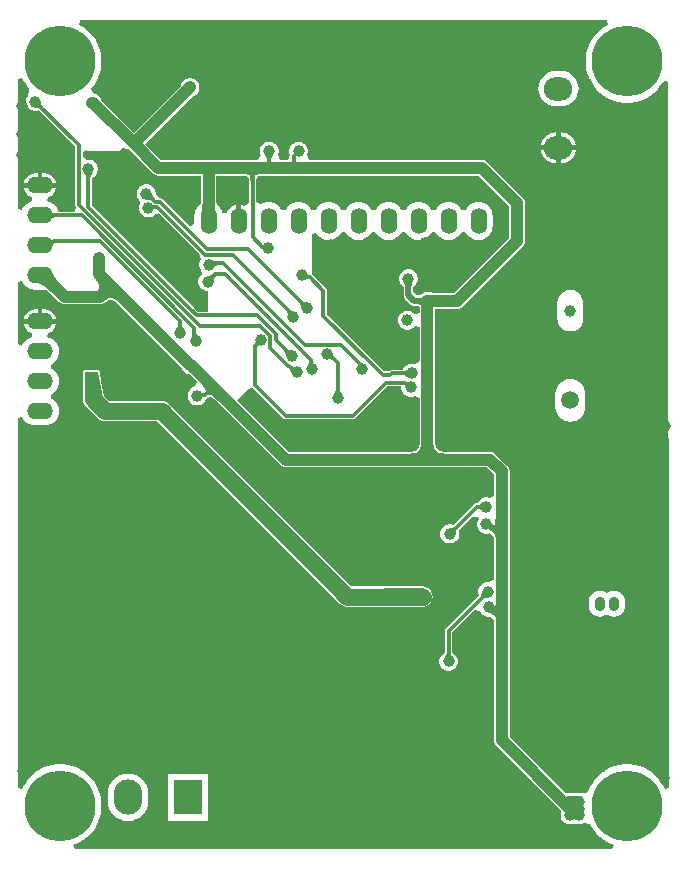
<source format=gbl>
G04*
G04 #@! TF.GenerationSoftware,Altium Limited,Altium Designer,22.3.1 (43)*
G04*
G04 Layer_Physical_Order=2*
G04 Layer_Color=16711680*
%FSLAX44Y44*%
%MOMM*%
G71*
G04*
G04 #@! TF.SameCoordinates,ED8E76AF-2C1D-4F3D-8887-468E79F1A133*
G04*
G04*
G04 #@! TF.FilePolarity,Positive*
G04*
G01*
G75*
%ADD81C,0.3000*%
%ADD82C,1.4000*%
%ADD83C,0.5000*%
%ADD84C,1.0000*%
%ADD86C,6.0000*%
%ADD88O,0.9000X1.2000*%
%ADD89C,1.5000*%
%ADD90C,1.0000*%
%ADD91C,0.8000*%
%ADD92O,2.4000X3.0000*%
%ADD93R,2.4000X3.0000*%
%ADD94O,2.2000X1.4000*%
%ADD95O,2.4000X2.0000*%
%ADD96O,1.4000X2.2000*%
G36*
X19010Y630402D02*
X19053Y629879D01*
X19128Y629379D01*
X19235Y628904D01*
X19375Y628454D01*
X19546Y628028D01*
X19750Y627626D01*
X19986Y627248D01*
X20254Y626895D01*
X20555Y626567D01*
X18433Y624445D01*
X18105Y624746D01*
X17751Y625014D01*
X17374Y625250D01*
X16972Y625454D01*
X16546Y625625D01*
X16095Y625765D01*
X15621Y625872D01*
X15122Y625947D01*
X14598Y625990D01*
X14050Y626000D01*
X19000Y630950D01*
X19010Y630402D01*
D02*
G37*
G36*
X92693Y591036D02*
X113364Y570364D01*
X114722Y569322D01*
X116303Y568667D01*
X118000Y568444D01*
X154144D01*
Y547311D01*
X154113Y545435D01*
X154030Y544041D01*
X154001Y544026D01*
X152174Y542526D01*
X150674Y540699D01*
X149560Y538614D01*
X148874Y536352D01*
X148642Y534000D01*
Y527027D01*
X146197Y525581D01*
X144689Y525323D01*
X121516Y548496D01*
X120523Y549159D01*
X119353Y549392D01*
X119353Y549392D01*
X119313D01*
X116000Y551947D01*
Y554053D01*
X115455Y556088D01*
X114402Y557912D01*
X112912Y559402D01*
X111088Y560455D01*
X109053Y561000D01*
X106947D01*
X104912Y560455D01*
X103088Y559402D01*
X101598Y557912D01*
X100545Y556088D01*
X100000Y554053D01*
Y551947D01*
X100545Y549912D01*
X101598Y548088D01*
X103088Y546598D01*
X102291Y544088D01*
X101746Y542053D01*
Y539947D01*
X102291Y537912D01*
X103345Y536088D01*
X104834Y534598D01*
X106658Y533545D01*
X108693Y533000D01*
X110800D01*
X112834Y533545D01*
X114658Y534598D01*
X116148Y536088D01*
X118588Y536409D01*
X153040Y501957D01*
X154598Y497859D01*
X153545Y496035D01*
X153000Y494000D01*
Y491894D01*
X153545Y489859D01*
X154057Y488973D01*
X155095Y485286D01*
X153727Y483551D01*
X153686Y483511D01*
X152633Y481686D01*
X152088Y479652D01*
Y477545D01*
X152633Y475510D01*
X153686Y473686D01*
X155176Y472197D01*
X157000Y471144D01*
X159035Y470598D01*
X160088D01*
Y453059D01*
X151953D01*
X148795Y456217D01*
X148163Y457163D01*
X148163Y457163D01*
X62059Y543267D01*
Y566537D01*
X62088Y566545D01*
X63912Y567598D01*
X65402Y569088D01*
X66455Y570912D01*
X67000Y572947D01*
Y575053D01*
X66455Y577088D01*
X65402Y578912D01*
X63912Y580402D01*
X62088Y581455D01*
X60053Y582000D01*
X57947D01*
X54267Y584547D01*
X54136Y584793D01*
X54479Y588321D01*
X58024Y589856D01*
X59000Y589000D01*
X85000D01*
X87450Y591450D01*
X92693Y591036D01*
D02*
G37*
G36*
X215120Y585034D02*
X214780Y584634D01*
X214480Y584228D01*
X214220Y583816D01*
X214000Y583399D01*
X213820Y582977D01*
X213680Y582548D01*
X213580Y582115D01*
X213520Y581675D01*
X213500Y581230D01*
X210500D01*
X210480Y581675D01*
X210420Y582115D01*
X210320Y582548D01*
X210180Y582977D01*
X210000Y583399D01*
X209780Y583816D01*
X209520Y584228D01*
X209220Y584634D01*
X208880Y585034D01*
X208500Y585429D01*
X215500D01*
X215120Y585034D01*
D02*
G37*
G36*
X62120Y570034D02*
X61780Y569634D01*
X61480Y569228D01*
X61220Y568816D01*
X61000Y568399D01*
X60820Y567977D01*
X60680Y567548D01*
X60580Y567115D01*
X60520Y566675D01*
X60500Y566230D01*
X57500D01*
X57480Y566675D01*
X57420Y567115D01*
X57320Y567548D01*
X57180Y567977D01*
X57000Y568399D01*
X56780Y568816D01*
X56520Y569228D01*
X56220Y569634D01*
X55880Y570034D01*
X55500Y570429D01*
X62500D01*
X62120Y570034D01*
D02*
G37*
G36*
X209500Y570000D02*
X205900Y569880D01*
X204400Y569730D01*
X203100Y569520D01*
X202000Y569250D01*
X201100Y568920D01*
X200400Y568530D01*
X200152Y568307D01*
X200009Y567637D01*
X199826Y566442D01*
X199582Y563623D01*
X199500Y560230D01*
X196500D01*
X196480Y561998D01*
X196174Y566442D01*
X195991Y567637D01*
X195848Y568307D01*
X195600Y568530D01*
X194900Y568920D01*
X194000Y569250D01*
X192900Y569520D01*
X191600Y569730D01*
X188400Y569970D01*
X186500Y570000D01*
X198000Y580000D01*
X209500Y570000D01*
D02*
G37*
G36*
X113043Y553139D02*
X113294Y552097D01*
X113453Y551617D01*
X113634Y551165D01*
X113837Y550740D01*
X114062Y550342D01*
X114309Y549971D01*
X114578Y549628D01*
X114869Y549312D01*
X113086Y546853D01*
X112748Y547160D01*
X112390Y547426D01*
X112011Y547650D01*
X111613Y547834D01*
X111194Y547976D01*
X110756Y548076D01*
X110297Y548135D01*
X109817Y548153D01*
X109318Y548129D01*
X108799Y548064D01*
X112951Y553700D01*
X113043Y553139D01*
D02*
G37*
G36*
X188331Y568442D02*
X191420Y568210D01*
X192595Y568020D01*
X193553Y567785D01*
X194261Y567525D01*
X194476Y567405D01*
X194486Y567362D01*
X194653Y566273D01*
X194941Y562076D01*
Y544863D01*
X191143Y542735D01*
X188710Y543743D01*
X188100Y543823D01*
Y530000D01*
X184100D01*
Y543823D01*
X183489Y543743D01*
X181057Y542735D01*
X178968Y541132D01*
X177365Y539043D01*
X176357Y536611D01*
X172526Y536352D01*
X171840Y538614D01*
X170726Y540699D01*
X169226Y542526D01*
X167472Y543966D01*
X167256Y546958D01*
Y568444D01*
X188178D01*
X188331Y568442D01*
D02*
G37*
G36*
X3542Y649486D02*
X5836Y645513D01*
X8629Y641873D01*
X8704Y641798D01*
X8862Y639983D01*
X8266Y636579D01*
X7598Y635912D01*
X6545Y634088D01*
X6000Y632053D01*
Y629947D01*
X6545Y627912D01*
X7598Y626088D01*
X9088Y624598D01*
X10912Y623545D01*
X12947Y623000D01*
X15053D01*
X17088Y623545D01*
X17114Y623560D01*
X47941Y592733D01*
Y543322D01*
X47941Y543322D01*
X48174Y542152D01*
X48437Y541759D01*
X47275Y537759D01*
X33612D01*
X33140Y539314D01*
X32026Y541399D01*
X30526Y543226D01*
X28699Y544726D01*
X26614Y545840D01*
X24352Y546526D01*
X24611Y550357D01*
X27043Y551365D01*
X29132Y552968D01*
X30735Y555057D01*
X31743Y557490D01*
X31823Y558100D01*
X18000D01*
X4177D01*
X4257Y557490D01*
X5265Y555057D01*
X6868Y552968D01*
X8957Y551365D01*
X11389Y550357D01*
X11648Y546526D01*
X9386Y545840D01*
X7301Y544726D01*
X5474Y543226D01*
X3974Y541399D01*
X2860Y539314D01*
X-1000Y540370D01*
Y649999D01*
X3000Y650794D01*
X3542Y649486D01*
D02*
G37*
G36*
X165715Y547068D02*
X166229Y539954D01*
X166420Y538935D01*
X166641Y538049D01*
X166891Y537297D01*
X167170Y536680D01*
X154230D01*
X154509Y537297D01*
X154759Y538049D01*
X154980Y538935D01*
X155171Y539954D01*
X155465Y542397D01*
X155641Y545377D01*
X155700Y548894D01*
X165700D01*
X165715Y547068D01*
D02*
G37*
G36*
X28308Y537403D02*
X28414Y537151D01*
X28592Y536928D01*
X28841Y536735D01*
X29161Y536571D01*
X29552Y536438D01*
X30015Y536334D01*
X30548Y536259D01*
X31153Y536215D01*
X31828Y536200D01*
Y533200D01*
X31153Y533185D01*
X30015Y533066D01*
X29552Y532962D01*
X29161Y532829D01*
X28841Y532665D01*
X28592Y532472D01*
X28414Y532249D01*
X28308Y531997D01*
X28272Y531714D01*
Y537686D01*
X28308Y537403D01*
D02*
G37*
G36*
X415444Y542284D02*
Y515716D01*
X368284Y468556D01*
X350644D01*
X349088Y469455D01*
X347053Y470000D01*
X344947D01*
X342912Y469455D01*
X341088Y468402D01*
X340124Y467438D01*
X337380Y467226D01*
X334078Y470268D01*
Y474117D01*
X334912Y474598D01*
X336402Y476088D01*
X337455Y477912D01*
X338000Y479947D01*
Y482053D01*
X337455Y484088D01*
X336402Y485912D01*
X334912Y487402D01*
X333088Y488455D01*
X331053Y489000D01*
X328947D01*
X326912Y488455D01*
X325088Y487402D01*
X323598Y485912D01*
X322545Y484088D01*
X322000Y482053D01*
Y479947D01*
X322545Y477912D01*
X323598Y476088D01*
X325088Y474598D01*
X325922Y474117D01*
Y467000D01*
X325922Y467000D01*
X326232Y465439D01*
X327116Y464116D01*
X332116Y459116D01*
X332116Y459116D01*
X333439Y458232D01*
X335000Y457922D01*
X336954D01*
X337186Y457916D01*
X339014Y457755D01*
X339232Y457722D01*
X339444Y457355D01*
Y451911D01*
X335444Y450839D01*
X335402Y450912D01*
X333912Y452402D01*
X332088Y453455D01*
X330053Y454000D01*
X327947D01*
X325912Y453455D01*
X324088Y452402D01*
X322598Y450912D01*
X321545Y449088D01*
X321000Y447053D01*
Y444947D01*
X321545Y442912D01*
X322598Y441088D01*
X324088Y439598D01*
X325912Y438545D01*
X327947Y438000D01*
X330053D01*
X332088Y438545D01*
X333912Y439598D01*
X335402Y441088D01*
X335444Y441161D01*
X339444Y440089D01*
Y411136D01*
X337582Y409649D01*
X335444Y408627D01*
X334053Y409000D01*
X331947D01*
X329912Y408455D01*
X328088Y407402D01*
X326598Y405912D01*
X325545Y404088D01*
X325537Y404059D01*
X316314D01*
X316314Y404059D01*
X315143Y403826D01*
X314151Y403163D01*
X313587Y402599D01*
X309413D01*
X301163Y410849D01*
X301163Y410849D01*
X261059Y450953D01*
Y471000D01*
X261059Y471000D01*
X260826Y472171D01*
X260163Y473163D01*
X260163Y473163D01*
X248380Y484945D01*
X248000Y485200D01*
Y518812D01*
X252000Y519814D01*
X252274Y519301D01*
X253774Y517474D01*
X255601Y515974D01*
X257686Y514860D01*
X259948Y514174D01*
X262300Y513942D01*
X264652Y514174D01*
X266914Y514860D01*
X268999Y515974D01*
X270826Y517474D01*
X272326Y519301D01*
X272785Y520160D01*
X273671Y520448D01*
X276329D01*
X277215Y520160D01*
X277674Y519301D01*
X279174Y517474D01*
X281001Y515974D01*
X283086Y514860D01*
X285348Y514174D01*
X287700Y513942D01*
X290052Y514174D01*
X292314Y514860D01*
X294399Y515974D01*
X296226Y517474D01*
X297726Y519301D01*
X298185Y520160D01*
X299071Y520448D01*
X301729D01*
X302615Y520160D01*
X303074Y519301D01*
X304574Y517474D01*
X306401Y515974D01*
X308486Y514860D01*
X310748Y514174D01*
X313100Y513942D01*
X315452Y514174D01*
X317714Y514860D01*
X319799Y515974D01*
X321626Y517474D01*
X323126Y519301D01*
X323585Y520160D01*
X324471Y520448D01*
X327129D01*
X328015Y520160D01*
X328474Y519301D01*
X329974Y517474D01*
X331801Y515974D01*
X333886Y514860D01*
X336148Y514174D01*
X338500Y513942D01*
X340852Y514174D01*
X343114Y514860D01*
X345199Y515974D01*
X347026Y517474D01*
X348526Y519301D01*
X348985Y520160D01*
X349871Y520448D01*
X352529D01*
X353415Y520160D01*
X353874Y519301D01*
X355374Y517474D01*
X357201Y515974D01*
X359286Y514860D01*
X361548Y514174D01*
X363900Y513942D01*
X366252Y514174D01*
X368514Y514860D01*
X370599Y515974D01*
X372426Y517474D01*
X373926Y519301D01*
X374385Y520160D01*
X375271Y520448D01*
X377929D01*
X378815Y520160D01*
X379274Y519301D01*
X380774Y517474D01*
X382601Y515974D01*
X384686Y514860D01*
X386948Y514174D01*
X389300Y513942D01*
X391652Y514174D01*
X393914Y514860D01*
X395999Y515974D01*
X397826Y517474D01*
X399326Y519301D01*
X400440Y521386D01*
X401126Y523648D01*
X401358Y526000D01*
Y534000D01*
X401126Y536352D01*
X400440Y538614D01*
X399326Y540699D01*
X397826Y542526D01*
X395999Y544026D01*
X393914Y545140D01*
X391652Y545826D01*
X389300Y546058D01*
X386948Y545826D01*
X384686Y545140D01*
X382601Y544026D01*
X380774Y542526D01*
X379274Y540699D01*
X378815Y539840D01*
X377929Y539552D01*
X375271D01*
X374385Y539840D01*
X373926Y540699D01*
X372426Y542526D01*
X370599Y544026D01*
X368514Y545140D01*
X366252Y545826D01*
X363900Y546058D01*
X361548Y545826D01*
X359286Y545140D01*
X357201Y544026D01*
X355374Y542526D01*
X353874Y540699D01*
X353415Y539840D01*
X352529Y539552D01*
X349871D01*
X348985Y539840D01*
X348526Y540699D01*
X347026Y542526D01*
X345199Y544026D01*
X343114Y545140D01*
X340852Y545826D01*
X338500Y546058D01*
X336148Y545826D01*
X333886Y545140D01*
X331801Y544026D01*
X329974Y542526D01*
X328474Y540699D01*
X328015Y539840D01*
X327129Y539552D01*
X324471D01*
X323585Y539840D01*
X323126Y540699D01*
X321626Y542526D01*
X319799Y544026D01*
X317714Y545140D01*
X315452Y545826D01*
X313100Y546058D01*
X310748Y545826D01*
X308486Y545140D01*
X306401Y544026D01*
X304574Y542526D01*
X303074Y540699D01*
X302615Y539840D01*
X301729Y539552D01*
X299071D01*
X298185Y539840D01*
X297726Y540699D01*
X296226Y542526D01*
X294399Y544026D01*
X292314Y545140D01*
X290052Y545826D01*
X287700Y546058D01*
X285348Y545826D01*
X283086Y545140D01*
X281001Y544026D01*
X279174Y542526D01*
X277674Y540699D01*
X277215Y539840D01*
X276329Y539552D01*
X273671D01*
X272785Y539840D01*
X272326Y540699D01*
X270826Y542526D01*
X268999Y544026D01*
X266914Y545140D01*
X264652Y545826D01*
X262300Y546058D01*
X259948Y545826D01*
X257686Y545140D01*
X255601Y544026D01*
X253774Y542526D01*
X252274Y540699D01*
X251815Y539840D01*
X250929Y539552D01*
X248271D01*
X247385Y539840D01*
X246926Y540699D01*
X245426Y542526D01*
X243599Y544026D01*
X241514Y545140D01*
X239252Y545826D01*
X236900Y546058D01*
X234548Y545826D01*
X232286Y545140D01*
X230201Y544026D01*
X228374Y542526D01*
X226874Y540699D01*
X226415Y539840D01*
X225529Y539552D01*
X222871D01*
X221985Y539840D01*
X221526Y540699D01*
X220026Y542526D01*
X218199Y544026D01*
X216114Y545140D01*
X213852Y545826D01*
X211500Y546058D01*
X209148Y545826D01*
X206886Y545140D01*
X205059Y544164D01*
X204050Y544448D01*
X201059Y546129D01*
Y561435D01*
X201109Y563538D01*
X201345Y566260D01*
X201514Y567362D01*
X201524Y567405D01*
X201739Y567525D01*
X202447Y567785D01*
X203405Y568020D01*
X204598Y568213D01*
X206001Y568353D01*
X208726Y568444D01*
X389284D01*
X415444Y542284D01*
D02*
G37*
G36*
X30737Y511939D02*
X28910Y509935D01*
X27673Y513326D01*
X27692Y513306D01*
X27728Y513307D01*
X27781Y513328D01*
X27850Y513370D01*
X27936Y513433D01*
X28039Y513517D01*
X28447Y513894D01*
X28616Y514061D01*
X30737Y511939D01*
D02*
G37*
G36*
X164241Y496813D02*
X165194Y496294D01*
X165660Y496083D01*
X166118Y495905D01*
X166569Y495759D01*
X167012Y495646D01*
X167449Y495565D01*
X167877Y495516D01*
X168299Y495500D01*
X168980Y492500D01*
X168520Y492478D01*
X168078Y492411D01*
X167656Y492300D01*
X167252Y492144D01*
X166868Y491944D01*
X166502Y491700D01*
X166155Y491411D01*
X165827Y491078D01*
X165518Y490700D01*
X165228Y490277D01*
X163753Y497120D01*
X164241Y496813D01*
D02*
G37*
G36*
X244998Y484373D02*
X245037Y484354D01*
X245099Y484337D01*
X245186Y484323D01*
X245297Y484310D01*
X245776Y484287D01*
X246217Y484282D01*
Y481283D01*
X244207Y481298D01*
X244984Y484394D01*
X244998Y484373D01*
D02*
G37*
G36*
X166643Y483032D02*
X166342Y482703D01*
X166074Y482350D01*
X165838Y481972D01*
X165634Y481571D01*
X165462Y481144D01*
X165323Y480694D01*
X165216Y480219D01*
X165141Y479720D01*
X165098Y479196D01*
X165088Y478648D01*
X160138Y483598D01*
X160686Y483609D01*
X161209Y483651D01*
X161709Y483726D01*
X162183Y483834D01*
X162634Y483973D01*
X163060Y484145D01*
X163462Y484348D01*
X163839Y484584D01*
X164193Y484853D01*
X164521Y485153D01*
X166643Y483032D01*
D02*
G37*
G36*
X333310Y477215D02*
X333140Y476965D01*
X332990Y476679D01*
X332860Y476357D01*
X332750Y475999D01*
X332660Y475605D01*
X332590Y475176D01*
X332540Y474710D01*
X332500Y473670D01*
X327500D01*
X327490Y474208D01*
X327410Y475176D01*
X327340Y475605D01*
X327250Y475999D01*
X327140Y476357D01*
X327010Y476679D01*
X326860Y476965D01*
X326690Y477215D01*
X326500Y477429D01*
X333500D01*
X333310Y477215D01*
D02*
G37*
G36*
X28790Y485667D02*
X29206Y484721D01*
X29718Y483741D01*
X30325Y482727D01*
X31829Y480600D01*
X32724Y479486D01*
X35987Y475942D01*
X29915Y467872D01*
X27618Y470098D01*
X23482Y473672D01*
X21642Y475019D01*
X19954Y476073D01*
X18419Y476834D01*
X17036Y477302D01*
X15806Y477477D01*
X14728Y477358D01*
X13802Y476947D01*
X28470Y486580D01*
X28790Y485667D01*
D02*
G37*
G36*
X78000Y475000D02*
X85071Y460858D01*
X83673Y462147D01*
X82307Y463185D01*
X80973Y463972D01*
X79671Y464509D01*
X78402Y464795D01*
X77164Y464830D01*
X75959Y464615D01*
X74786Y464149D01*
X73644Y463432D01*
X72536Y462464D01*
X65465Y469535D01*
X66438Y470638D01*
X67173Y471761D01*
X67670Y472904D01*
X67927Y474067D01*
X67947Y475250D01*
X67727Y476453D01*
X67270Y477676D01*
X66573Y478919D01*
X65638Y480182D01*
X64465Y481465D01*
X78000Y475000D01*
D02*
G37*
G36*
X342884Y458090D02*
X342486Y458358D01*
X342002Y458598D01*
X341431Y458809D01*
X340773Y458992D01*
X340028Y459147D01*
X339196Y459274D01*
X337272Y459444D01*
X335000Y459500D01*
Y464500D01*
X336180Y464514D01*
X339196Y464726D01*
X340028Y464852D01*
X340773Y465008D01*
X341431Y465191D01*
X342002Y465402D01*
X342486Y465642D01*
X342884Y465910D01*
Y458090D01*
D02*
G37*
G36*
X239895Y462254D02*
X240249Y461986D01*
X240626Y461750D01*
X241028Y461546D01*
X241454Y461375D01*
X241904Y461235D01*
X242379Y461128D01*
X242878Y461053D01*
X243402Y461010D01*
X243950Y461000D01*
X239000Y456050D01*
X238990Y456598D01*
X238947Y457122D01*
X238872Y457621D01*
X238765Y458096D01*
X238626Y458546D01*
X238454Y458972D01*
X238250Y459374D01*
X238014Y459752D01*
X237746Y460105D01*
X237445Y460433D01*
X239567Y462555D01*
X239895Y462254D01*
D02*
G37*
G36*
X229606Y455087D02*
X229937Y454819D01*
X230297Y454565D01*
X230685Y454324D01*
X231102Y454096D01*
X232023Y453681D01*
X232526Y453494D01*
X233618Y453160D01*
X227524Y449716D01*
X227643Y450203D01*
X227714Y450674D01*
X227737Y451129D01*
X227712Y451568D01*
X227640Y451992D01*
X227519Y452399D01*
X227351Y452791D01*
X227135Y453167D01*
X226871Y453526D01*
X226559Y453870D01*
X229303Y455368D01*
X229606Y455087D01*
D02*
G37*
G36*
X138065Y442237D02*
X138125Y441797D01*
X138225Y441364D01*
X138365Y440935D01*
X138545Y440513D01*
X138765Y440096D01*
X139025Y439684D01*
X139325Y439278D01*
X139665Y438878D01*
X140045Y438483D01*
X133045D01*
X133425Y438878D01*
X133765Y439278D01*
X134065Y439684D01*
X134325Y440096D01*
X134545Y440513D01*
X134725Y440935D01*
X134865Y441364D01*
X134965Y441797D01*
X135025Y442237D01*
X135045Y442682D01*
X138045D01*
X138065Y442237D01*
D02*
G37*
G36*
X150316Y435526D02*
X150383Y435085D01*
X150495Y434664D01*
X150652Y434263D01*
X150853Y433882D01*
X151099Y433522D01*
X151389Y433181D01*
X151725Y432861D01*
X152105Y432561D01*
X152529Y432281D01*
X145718Y430668D01*
X146017Y431163D01*
X146522Y432128D01*
X146727Y432598D01*
X147042Y433512D01*
X147152Y433957D01*
X147231Y434392D01*
X147278Y434820D01*
X147294Y435238D01*
X150294Y435988D01*
X150316Y435526D01*
D02*
G37*
G36*
X204034Y424094D02*
X203769Y424126D01*
X203497Y424120D01*
X203218Y424075D01*
X202932Y423992D01*
X202638Y423870D01*
X202337Y423709D01*
X202029Y423510D01*
X201714Y423273D01*
X201391Y422996D01*
X201061Y422682D01*
X198939Y424803D01*
X199238Y425118D01*
X199498Y425427D01*
X199719Y425730D01*
X199901Y426027D01*
X200044Y426317D01*
X200149Y426602D01*
X200214Y426880D01*
X200241Y427153D01*
X200229Y427419D01*
X200178Y427679D01*
X204034Y424094D01*
D02*
G37*
G36*
X227009Y421814D02*
X227362Y421546D01*
X227740Y421310D01*
X228142Y421106D01*
X228568Y420935D01*
X229018Y420795D01*
X229493Y420688D01*
X229993Y420613D01*
X230516Y420570D01*
X231064Y420560D01*
X226114Y415610D01*
X226104Y416158D01*
X226061Y416682D01*
X225986Y417181D01*
X225879Y417656D01*
X225739Y418106D01*
X225568Y418532D01*
X225364Y418934D01*
X225128Y419312D01*
X224860Y419665D01*
X224559Y419994D01*
X226681Y422115D01*
X227009Y421814D01*
D02*
G37*
G36*
X249294Y411790D02*
X249327Y411394D01*
X249383Y411031D01*
X249462Y410699D01*
X249563Y410400D01*
X249686Y410133D01*
X249832Y409897D01*
X250000Y409694D01*
X250191Y409523D01*
X250404Y409384D01*
X245224Y409159D01*
X245425Y409316D01*
X245605Y409507D01*
X245764Y409731D01*
X245901Y409987D01*
X246018Y410277D01*
X246113Y410599D01*
X246187Y410954D01*
X246240Y411342D01*
X246272Y411763D01*
X246283Y412217D01*
X249282D01*
X249294Y411790D01*
D02*
G37*
G36*
X230802Y407457D02*
X231162Y407192D01*
X231538Y406976D01*
X231929Y406808D01*
X232337Y406688D01*
X232760Y406615D01*
X233199Y406590D01*
X233654Y406614D01*
X234126Y406685D01*
X234613Y406804D01*
X231170Y400709D01*
X231009Y401269D01*
X230648Y402304D01*
X230447Y402779D01*
X230006Y403642D01*
X229765Y404030D01*
X229510Y404390D01*
X229242Y404721D01*
X228961Y405024D01*
X230459Y407769D01*
X230802Y407457D01*
D02*
G37*
G36*
X329429Y397500D02*
X329034Y397880D01*
X328634Y398220D01*
X328228Y398520D01*
X327816Y398780D01*
X327399Y399000D01*
X326977Y399180D01*
X326548Y399320D01*
X326115Y399420D01*
X325675Y399480D01*
X325230Y399500D01*
Y402500D01*
X325675Y402520D01*
X326115Y402580D01*
X326548Y402680D01*
X326977Y402820D01*
X327399Y403000D01*
X327816Y403220D01*
X328228Y403480D01*
X328634Y403780D01*
X329034Y404120D01*
X329429Y404500D01*
Y397500D01*
D02*
G37*
G36*
X328017Y393853D02*
X328401Y393518D01*
X328570Y393391D01*
X328725Y393292D01*
X328866Y393218D01*
X328991Y393172D01*
X329102Y393153D01*
X329199Y393161D01*
X329280Y393196D01*
X327118Y390079D01*
X327117Y390160D01*
X327085Y390265D01*
X327021Y390393D01*
X326925Y390544D01*
X326797Y390718D01*
X326446Y391137D01*
X325969Y391648D01*
X325682Y391939D01*
X327803Y394061D01*
X328017Y393853D01*
D02*
G37*
G36*
X164500Y389500D02*
X169096Y377833D01*
X166466Y380294D01*
X165299Y381248D01*
X164231Y382019D01*
X163263Y382606D01*
X162393Y383009D01*
X161622Y383228D01*
X160965Y383262D01*
X160924Y383242D01*
X160336Y382900D01*
X159783Y382521D01*
X159263Y382107D01*
X158778Y381657D01*
X157718Y382718D01*
Y381217D01*
X157385Y381212D01*
X156815Y381163D01*
X156576Y381120D01*
X156369Y381066D01*
X156194Y380999D01*
X156049Y380920D01*
X155936Y380829D01*
X155854Y380726D01*
X155803Y380611D01*
X155211Y384696D01*
X155291Y384605D01*
X155409Y384524D01*
X155565Y384452D01*
X155759Y384390D01*
X155991Y384337D01*
X156260Y384294D01*
X156913Y384237D01*
X157079Y384233D01*
X157107Y384263D01*
X157521Y384783D01*
X157900Y385336D01*
X158242Y385924D01*
X158263Y385965D01*
X158228Y386622D01*
X158009Y387393D01*
X157606Y388263D01*
X157019Y389231D01*
X156248Y390299D01*
X154155Y392732D01*
X152833Y394096D01*
X164500Y389500D01*
D02*
G37*
G36*
X271520Y387325D02*
X271580Y386885D01*
X271680Y386452D01*
X271820Y386023D01*
X272000Y385601D01*
X272220Y385184D01*
X272480Y384772D01*
X272780Y384366D01*
X273120Y383966D01*
X273500Y383571D01*
X266500D01*
X266880Y383966D01*
X267220Y384366D01*
X267520Y384772D01*
X267780Y385184D01*
X268000Y385601D01*
X268180Y386023D01*
X268320Y386452D01*
X268420Y386885D01*
X268480Y387325D01*
X268500Y387770D01*
X271500D01*
X271520Y387325D01*
D02*
G37*
G36*
X324000Y387947D02*
X324545Y385912D01*
X325598Y384088D01*
X327088Y382598D01*
X328912Y381545D01*
X330947Y381000D01*
X333053D01*
X335088Y381545D01*
X335444Y381751D01*
X339181Y379954D01*
X339444Y379647D01*
Y342534D01*
X339378Y341274D01*
X339113Y339777D01*
X338691Y338509D01*
X338123Y337455D01*
X337413Y336587D01*
X336545Y335877D01*
X335491Y335309D01*
X334223Y334887D01*
X332726Y334622D01*
X331467Y334556D01*
X228716D01*
X184636Y378636D01*
X193808Y387808D01*
X197837Y388837D01*
X223837Y362837D01*
X224830Y362174D01*
X226000Y361941D01*
X282778D01*
X282778Y361941D01*
X283949Y362174D01*
X284941Y362837D01*
X312045Y389941D01*
X324000D01*
Y387947D01*
D02*
G37*
G36*
X3974Y477201D02*
X5474Y475374D01*
X7301Y473874D01*
X9386Y472760D01*
X11648Y472074D01*
X14000Y471842D01*
X22000D01*
X23131Y471953D01*
X26585Y468970D01*
X27611Y467975D01*
X34222Y461364D01*
X35580Y460322D01*
X37161Y459667D01*
X38858Y459444D01*
X69000D01*
X70697Y459667D01*
X72278Y460322D01*
X73636Y461364D01*
X73876Y461604D01*
X74560Y462201D01*
X75480Y462779D01*
X76380Y463137D01*
X77278Y463297D01*
X78210Y463270D01*
X79208Y463046D01*
X80289Y462600D01*
X81453Y461913D01*
X82690Y460973D01*
X83529Y460199D01*
X138446Y405282D01*
X138545Y404912D01*
X139598Y403088D01*
X141088Y401598D01*
X142912Y400545D01*
X144648Y400080D01*
X150728Y394000D01*
X150320Y391911D01*
X149256Y389815D01*
X147912Y389455D01*
X146088Y388402D01*
X144598Y386912D01*
X143545Y385088D01*
X143000Y383053D01*
Y380947D01*
X143545Y378912D01*
X144598Y377088D01*
X146088Y375598D01*
X147912Y374545D01*
X149947Y374000D01*
X152053D01*
X154088Y374545D01*
X155912Y375598D01*
X157402Y377088D01*
X158455Y378912D01*
X158541Y379235D01*
X160115Y380343D01*
X162232Y381398D01*
X162543Y381254D01*
X163386Y380743D01*
X164366Y380035D01*
X165458Y379142D01*
X167448Y377281D01*
X221364Y323364D01*
X222722Y322322D01*
X224303Y321667D01*
X226000Y321444D01*
X396284D01*
X402444Y315284D01*
Y298136D01*
X400582Y296649D01*
X398444Y295627D01*
X397053Y296000D01*
X394947D01*
X392912Y295455D01*
X391088Y294402D01*
X389598Y292912D01*
X388545Y291088D01*
X388537Y291059D01*
X388000D01*
X386829Y290826D01*
X385837Y290163D01*
X385837Y290163D01*
X368114Y272440D01*
X368088Y272455D01*
X366053Y273000D01*
X363947D01*
X361912Y272455D01*
X360088Y271402D01*
X358598Y269912D01*
X357545Y268088D01*
X357000Y266053D01*
Y263947D01*
X357545Y261912D01*
X358598Y260088D01*
X360088Y258598D01*
X361912Y257545D01*
X363947Y257000D01*
X366053D01*
X368088Y257545D01*
X369912Y258598D01*
X371402Y260088D01*
X372455Y261912D01*
X373000Y263947D01*
Y266053D01*
X372455Y268088D01*
X372440Y268114D01*
X383667Y279341D01*
X388889Y278907D01*
X389289Y278347D01*
X389454Y277663D01*
X388545Y276088D01*
X388000Y274053D01*
Y271947D01*
X388545Y269912D01*
X389598Y268088D01*
X391088Y266598D01*
X392912Y265545D01*
X394947Y265000D01*
X397053D01*
X398424Y265367D01*
X401969Y263098D01*
X402070Y262630D01*
X402242Y261425D01*
X402367Y260010D01*
X402444Y257385D01*
Y226713D01*
X401921Y225990D01*
X398444Y223895D01*
X398053Y224000D01*
X395947D01*
X393912Y223455D01*
X392088Y222402D01*
X390598Y220912D01*
X389545Y219088D01*
X389000Y217053D01*
Y214947D01*
X389545Y212912D01*
X389560Y212886D01*
X361837Y185163D01*
X361174Y184170D01*
X360941Y183000D01*
X360941Y183000D01*
Y164463D01*
X360912Y164455D01*
X359088Y163402D01*
X357598Y161912D01*
X356545Y160088D01*
X356000Y158053D01*
Y155947D01*
X356545Y153912D01*
X357598Y152088D01*
X359088Y150598D01*
X360912Y149545D01*
X362947Y149000D01*
X365053D01*
X367088Y149545D01*
X368912Y150598D01*
X370402Y152088D01*
X371455Y153912D01*
X372000Y155947D01*
Y158053D01*
X371455Y160088D01*
X370402Y161912D01*
X368912Y163402D01*
X367088Y164455D01*
X367059Y164463D01*
Y181733D01*
X386158Y200832D01*
X390463Y199929D01*
X390673Y199690D01*
X391598Y198088D01*
X393088Y196598D01*
X394912Y195545D01*
X396947Y195000D01*
X399053D01*
X402341Y192232D01*
X402420Y190557D01*
X402444Y188140D01*
Y90500D01*
X402667Y88803D01*
X403322Y87222D01*
X404364Y85864D01*
X459000Y31228D01*
Y30947D01*
X459388Y29500D01*
X459000Y28053D01*
Y25947D01*
X459545Y23912D01*
X460598Y22088D01*
X462088Y20598D01*
X463912Y19545D01*
X465947Y19000D01*
X468053D01*
X470088Y19545D01*
X470500Y19783D01*
X470912Y19545D01*
X472947Y19000D01*
X475053D01*
X477088Y19545D01*
X478783Y20524D01*
X478938Y20594D01*
X483433Y19749D01*
X483542Y19487D01*
X485836Y15513D01*
X488629Y11873D01*
X491873Y8629D01*
X495513Y5836D01*
X499487Y3542D01*
X503726Y1786D01*
X502589Y-2000D01*
X47411Y-2000D01*
X46275Y1786D01*
X50514Y3542D01*
X54487Y5836D01*
X58127Y8629D01*
X61371Y11873D01*
X64164Y15513D01*
X66458Y19487D01*
X68214Y23726D01*
X69401Y28157D01*
X70000Y32706D01*
X70000Y33471D01*
Y37294D01*
X69401Y41843D01*
X68214Y46275D01*
X66458Y50513D01*
X64164Y54487D01*
X61371Y58127D01*
X58127Y61371D01*
X54487Y64164D01*
X50513Y66458D01*
X46274Y68214D01*
X41843Y69401D01*
X37294Y70000D01*
X35000Y70000D01*
X32706D01*
X28157Y69401D01*
X23725Y68214D01*
X19487Y66458D01*
X15513Y64164D01*
X11873Y61371D01*
X8629Y58127D01*
X5836Y54487D01*
X3542Y50513D01*
X3000Y49205D01*
X-1000Y50001D01*
Y363230D01*
X2860Y364286D01*
X3974Y362201D01*
X5474Y360374D01*
X7301Y358874D01*
X9386Y357760D01*
X11648Y357074D01*
X14000Y356842D01*
X22000D01*
X24352Y357074D01*
X26614Y357760D01*
X28699Y358874D01*
X30526Y360374D01*
X32026Y362201D01*
X33140Y364286D01*
X33826Y366548D01*
X34058Y368900D01*
X33826Y371252D01*
X33140Y373514D01*
X32026Y375599D01*
X30526Y377426D01*
X28699Y378926D01*
X27840Y379385D01*
X27552Y380271D01*
Y382929D01*
X27840Y383815D01*
X28699Y384274D01*
X30526Y385774D01*
X32026Y387601D01*
X33140Y389686D01*
X33826Y391948D01*
X34058Y394300D01*
X33826Y396652D01*
X33140Y398914D01*
X32026Y400999D01*
X30526Y402826D01*
X28699Y404326D01*
X27840Y404785D01*
X27552Y405671D01*
Y408329D01*
X27840Y409215D01*
X28699Y409674D01*
X30526Y411174D01*
X32026Y413001D01*
X33140Y415086D01*
X33826Y417348D01*
X34058Y419700D01*
X33826Y422052D01*
X33140Y424314D01*
X32026Y426399D01*
X30526Y428226D01*
X28699Y429726D01*
X26614Y430840D01*
X24352Y431526D01*
X24611Y435357D01*
X27043Y436365D01*
X29132Y437968D01*
X30735Y440057D01*
X31743Y442490D01*
X31823Y443100D01*
X18000D01*
X4177D01*
X4257Y442490D01*
X5265Y440057D01*
X6868Y437968D01*
X8957Y436365D01*
X11389Y435357D01*
X11648Y431526D01*
X9386Y430840D01*
X7301Y429726D01*
X5474Y428226D01*
X3974Y426399D01*
X2860Y424314D01*
X-1000Y425370D01*
Y478230D01*
X2860Y479286D01*
X3974Y477201D01*
D02*
G37*
G36*
X351100Y341100D02*
X351400Y339400D01*
X351900Y337900D01*
X352600Y336600D01*
X353500Y335500D01*
X354600Y334600D01*
X355900Y333900D01*
X357400Y333400D01*
X359100Y333100D01*
X361000Y333000D01*
X346000Y323000D01*
X331000Y333000D01*
X332900Y333100D01*
X334600Y333400D01*
X336100Y333900D01*
X337400Y334600D01*
X338500Y335500D01*
X339400Y336600D01*
X340100Y337900D01*
X340600Y339400D01*
X340900Y341100D01*
X341000Y343000D01*
X351000D01*
X351100Y341100D01*
D02*
G37*
G36*
X392429Y284500D02*
X392034Y284880D01*
X391634Y285220D01*
X391228Y285520D01*
X390816Y285780D01*
X390399Y286000D01*
X389977Y286180D01*
X389548Y286320D01*
X389115Y286420D01*
X388675Y286480D01*
X388230Y286500D01*
Y289500D01*
X388675Y289520D01*
X389115Y289580D01*
X389548Y289680D01*
X389977Y289820D01*
X390399Y290000D01*
X390816Y290220D01*
X391228Y290480D01*
X391634Y290780D01*
X392034Y291120D01*
X392429Y291500D01*
Y284500D01*
D02*
G37*
G36*
X371555Y269433D02*
X371254Y269105D01*
X370986Y268752D01*
X370750Y268374D01*
X370546Y267972D01*
X370374Y267546D01*
X370235Y267096D01*
X370128Y266621D01*
X370053Y266122D01*
X370010Y265598D01*
X370000Y265050D01*
X365050Y270000D01*
X365598Y270010D01*
X366121Y270053D01*
X366621Y270128D01*
X367096Y270235D01*
X367546Y270375D01*
X367972Y270546D01*
X368374Y270750D01*
X368751Y270986D01*
X369105Y271254D01*
X369433Y271555D01*
X371555Y269433D01*
D02*
G37*
G36*
X414000Y269000D02*
X404000Y256500D01*
X403894Y260100D01*
X403762Y261600D01*
X403577Y262900D01*
X403338Y264000D01*
X403047Y264900D01*
X402703Y265600D01*
X402306Y266100D01*
X401856Y266400D01*
X401353Y266500D01*
Y271500D01*
X401856Y271600D01*
X402306Y271900D01*
X402703Y272400D01*
X403047Y273100D01*
X403338Y274000D01*
X403577Y275100D01*
X403974Y279600D01*
X404000Y281500D01*
X414000Y269000D01*
D02*
G37*
G36*
X396950Y211000D02*
X396402Y210990D01*
X395878Y210947D01*
X395379Y210872D01*
X394904Y210765D01*
X394454Y210625D01*
X394028Y210454D01*
X393626Y210250D01*
X393248Y210014D01*
X392895Y209746D01*
X392567Y209445D01*
X390445Y211567D01*
X390746Y211895D01*
X391014Y212248D01*
X391250Y212626D01*
X391454Y213028D01*
X391626Y213454D01*
X391765Y213904D01*
X391872Y214379D01*
X391947Y214879D01*
X391990Y215402D01*
X392000Y215950D01*
X396950Y211000D01*
D02*
G37*
G36*
X414000Y198000D02*
X404000Y185500D01*
X403949Y190600D01*
X403794Y193900D01*
X403720Y194600D01*
X403634Y195100D01*
X403537Y195400D01*
X403429Y195500D01*
Y198174D01*
X401661Y196232D01*
X401272Y196616D01*
X399827Y197901D01*
X399637Y198030D01*
X399481Y198117D01*
X399357Y198161D01*
X399268Y198163D01*
X402955Y202327D01*
X402968Y202253D01*
X403026Y202142D01*
X403125Y201995D01*
X403269Y201810D01*
X403586Y201445D01*
X403994Y208600D01*
X404000Y210500D01*
X414000Y198000D01*
D02*
G37*
G36*
X365520Y164325D02*
X365580Y163885D01*
X365680Y163452D01*
X365820Y163023D01*
X366000Y162601D01*
X366220Y162183D01*
X366480Y161772D01*
X366780Y161366D01*
X367120Y160966D01*
X367500Y160571D01*
X360500D01*
X360880Y160966D01*
X361220Y161366D01*
X361520Y161772D01*
X361780Y162183D01*
X362000Y162601D01*
X362180Y163023D01*
X362320Y163452D01*
X362420Y163885D01*
X362480Y164325D01*
X362500Y164770D01*
X365500D01*
X365520Y164325D01*
D02*
G37*
G36*
X498211Y699141D02*
X498693Y696000D01*
X495513Y694164D01*
X491873Y691371D01*
X488629Y688127D01*
X485836Y684487D01*
X483542Y680513D01*
X481786Y676274D01*
X480599Y671843D01*
X480000Y667294D01*
Y665000D01*
X480000Y662706D01*
X480598Y658157D01*
X481786Y653725D01*
X483542Y649486D01*
X485836Y645513D01*
X488629Y641873D01*
X491873Y638629D01*
X495513Y635836D01*
X499487Y633542D01*
X503726Y631786D01*
X507339Y630818D01*
X508157Y630599D01*
X512706Y630000D01*
X517294D01*
X521843Y630599D01*
X526275Y631786D01*
X530514Y633542D01*
X534487Y635836D01*
X538127Y638629D01*
X541371Y641873D01*
X544164Y645513D01*
X546073Y648819D01*
X548179Y648720D01*
X550074Y647876D01*
X550923Y50186D01*
X546924Y49388D01*
X546458Y50513D01*
X544164Y54487D01*
X541371Y58127D01*
X538127Y61371D01*
X534487Y64164D01*
X530513Y66458D01*
X526274Y68214D01*
X521843Y69401D01*
X517294Y70000D01*
X515000Y70000D01*
X512706D01*
X508157Y69401D01*
X503725Y68214D01*
X499487Y66458D01*
X495513Y64164D01*
X491873Y61371D01*
X488629Y58127D01*
X485836Y54487D01*
X483542Y50513D01*
X482053Y46918D01*
X481255Y46279D01*
X480692Y46029D01*
X477380Y45286D01*
X477088Y45455D01*
X475053Y46000D01*
X472947D01*
X470912Y45455D01*
X470500Y45217D01*
X470088Y45455D01*
X468053Y46000D01*
X465947D01*
X463912Y45455D01*
X463535Y45237D01*
X415556Y93216D01*
Y198000D01*
Y269000D01*
Y318000D01*
X415333Y319697D01*
X414678Y321278D01*
X413636Y322636D01*
X403636Y332636D01*
X402278Y333678D01*
X400697Y334333D01*
X399000Y334556D01*
X360533D01*
X359274Y334622D01*
X357777Y334887D01*
X356509Y335309D01*
X355455Y335877D01*
X354587Y336587D01*
X353877Y337455D01*
X353309Y338509D01*
X352887Y339777D01*
X352622Y341274D01*
X352556Y342534D01*
Y455444D01*
X371000D01*
X372697Y455667D01*
X374278Y456322D01*
X375636Y457364D01*
X426636Y508364D01*
X427678Y509722D01*
X428333Y511303D01*
X428556Y513000D01*
Y545000D01*
X428333Y546697D01*
X427678Y548278D01*
X426636Y549636D01*
X396636Y579636D01*
X395278Y580678D01*
X393697Y581333D01*
X392000Y581556D01*
X246353D01*
X246046Y581819D01*
X244249Y585556D01*
X244455Y585912D01*
X245000Y587947D01*
Y590053D01*
X244455Y592088D01*
X243402Y593912D01*
X241912Y595402D01*
X240088Y596455D01*
X238053Y597000D01*
X235947D01*
X233912Y596455D01*
X232088Y595402D01*
X230598Y593912D01*
X229545Y592088D01*
X229000Y590053D01*
Y587947D01*
X229545Y585912D01*
X229751Y585556D01*
X229065Y583149D01*
X228312Y581556D01*
X221353D01*
X221046Y581819D01*
X219249Y585556D01*
X219455Y585912D01*
X220000Y587947D01*
Y590053D01*
X219455Y592088D01*
X218402Y593912D01*
X216912Y595402D01*
X215088Y596455D01*
X213053Y597000D01*
X210947D01*
X208912Y596455D01*
X207088Y595402D01*
X205598Y593912D01*
X204545Y592088D01*
X204000Y590053D01*
Y587947D01*
X204545Y585912D01*
X204751Y585556D01*
X202954Y581819D01*
X202647Y581556D01*
X120716D01*
X106772Y595500D01*
X146352Y635080D01*
X148088Y635545D01*
X149912Y636598D01*
X151402Y638088D01*
X152455Y639912D01*
X153000Y641947D01*
Y644053D01*
X152455Y646088D01*
X151402Y647912D01*
X149912Y649402D01*
X148088Y650455D01*
X146053Y651000D01*
X143947D01*
X141912Y650455D01*
X140088Y649402D01*
X138598Y647912D01*
X137545Y646088D01*
X137080Y644352D01*
X97500Y604772D01*
X69554Y632718D01*
X69455Y633088D01*
X68402Y634912D01*
X66912Y636402D01*
X65088Y637455D01*
X63053Y638000D01*
X61546Y641472D01*
X61468Y642000D01*
X64164Y645513D01*
X66458Y649487D01*
X68214Y653726D01*
X69401Y658157D01*
X70000Y662706D01*
X70000Y663471D01*
Y667294D01*
X69401Y671843D01*
X68214Y676275D01*
X66458Y680513D01*
X64164Y684487D01*
X61371Y688127D01*
X58127Y691371D01*
X54487Y694164D01*
X51307Y696000D01*
X51790Y699143D01*
X52197Y700000D01*
X497802D01*
X498211Y699141D01*
D02*
G37*
G36*
X477000Y42513D02*
Y24000D01*
X464744D01*
X464360Y24385D01*
X464077Y24102D01*
X464000Y24180D01*
Y43000D01*
X476513D01*
X477000Y42513D01*
D02*
G37*
%LPC*%
G36*
X22000Y570186D02*
X20000D01*
Y562100D01*
X31823D01*
X31743Y562710D01*
X30735Y565143D01*
X29132Y567232D01*
X27043Y568835D01*
X24611Y569843D01*
X22000Y570186D01*
D02*
G37*
G36*
X16000D02*
X14000D01*
X11389Y569843D01*
X8957Y568835D01*
X6868Y567232D01*
X5265Y565143D01*
X4257Y562710D01*
X4177Y562100D01*
X16000D01*
Y570186D01*
D02*
G37*
G36*
X22000Y455186D02*
X20000D01*
Y447100D01*
X31823D01*
X31743Y447710D01*
X30735Y450143D01*
X29132Y452232D01*
X27043Y453835D01*
X24611Y454843D01*
X22000Y455186D01*
D02*
G37*
G36*
X16000D02*
X14000D01*
X11389Y454843D01*
X8957Y453835D01*
X6868Y452232D01*
X5265Y450143D01*
X4257Y447710D01*
X4177Y447100D01*
X16000D01*
Y455186D01*
D02*
G37*
G36*
X67000Y403529D02*
X56000D01*
X55415Y403413D01*
X54919Y403081D01*
X54587Y402585D01*
X54471Y402000D01*
Y397809D01*
X54000Y396053D01*
Y393947D01*
X54471Y392191D01*
Y380000D01*
X54523Y379735D01*
X54427Y379000D01*
X54719Y376781D01*
X55575Y374713D01*
X56938Y372938D01*
X66938Y362938D01*
X68713Y361575D01*
X70781Y360719D01*
X73000Y360427D01*
X117449D01*
X271938Y205938D01*
X273713Y204575D01*
X275781Y203719D01*
X278000Y203427D01*
X342000D01*
X342334Y203471D01*
X343000D01*
X343585Y203587D01*
X343675Y203647D01*
X344219Y203719D01*
X346287Y204575D01*
X348062Y205938D01*
X349425Y207713D01*
X350281Y209781D01*
X350573Y212000D01*
X350281Y214219D01*
X349425Y216287D01*
X348062Y218062D01*
X346287Y219425D01*
X344219Y220281D01*
X343675Y220353D01*
X343585Y220413D01*
X343000Y220529D01*
X342334D01*
X342000Y220573D01*
X281551D01*
X127062Y375062D01*
X125287Y376425D01*
X123219Y377281D01*
X121000Y377573D01*
X76551D01*
X72206Y381919D01*
X70000Y394050D01*
Y396053D01*
X69455Y398088D01*
X69179Y398566D01*
X68505Y402274D01*
X68445Y402425D01*
X68413Y402585D01*
X68336Y402700D01*
X68285Y402829D01*
X68172Y402946D01*
X68081Y403081D01*
X67967Y403158D01*
X67870Y403257D01*
X67721Y403322D01*
X67585Y403413D01*
X67450Y403440D01*
X67323Y403495D01*
X67160Y403498D01*
X67000Y403529D01*
D02*
G37*
G36*
X160400Y62000D02*
X126400D01*
Y22000D01*
X160400D01*
Y62000D01*
D02*
G37*
G36*
X92600Y62082D02*
X89267Y61754D01*
X86063Y60782D01*
X83110Y59203D01*
X80521Y57079D01*
X78397Y54490D01*
X76818Y51537D01*
X75846Y48333D01*
X75518Y45000D01*
Y39000D01*
X75846Y35667D01*
X76818Y32463D01*
X78397Y29510D01*
X80521Y26921D01*
X83110Y24797D01*
X86063Y23218D01*
X89267Y22246D01*
X92600Y21918D01*
X95933Y22246D01*
X99137Y23218D01*
X102090Y24797D01*
X104679Y26921D01*
X106803Y29510D01*
X108382Y32463D01*
X109354Y35667D01*
X109682Y39000D01*
Y45000D01*
X109354Y48333D01*
X108382Y51537D01*
X106803Y54490D01*
X104679Y57079D01*
X102090Y59203D01*
X99137Y60782D01*
X95933Y61754D01*
X92600Y62082D01*
D02*
G37*
%LPD*%
G36*
X71000Y380000D02*
X56000D01*
Y391000D01*
Y402000D01*
X67000D01*
X71000Y380000D01*
D02*
G37*
G36*
X343000Y205000D02*
X309000D01*
Y219000D01*
X343000D01*
Y205000D01*
D02*
G37*
%LPC*%
G36*
X459000Y657073D02*
X455000D01*
X452060Y656783D01*
X449232Y655925D01*
X446626Y654532D01*
X444342Y652658D01*
X442468Y650374D01*
X441075Y647768D01*
X440217Y644940D01*
X439927Y642000D01*
X440217Y639059D01*
X441075Y636232D01*
X442468Y633626D01*
X444342Y631342D01*
X446626Y629468D01*
X449232Y628075D01*
X452060Y627217D01*
X455000Y626927D01*
X459000D01*
X461940Y627217D01*
X464768Y628075D01*
X467374Y629468D01*
X469658Y631342D01*
X471532Y633626D01*
X472925Y636232D01*
X473783Y639059D01*
X474073Y642000D01*
X473783Y644940D01*
X472925Y647768D01*
X471532Y650374D01*
X469658Y652658D01*
X467374Y654532D01*
X464768Y655925D01*
X461940Y656783D01*
X459000Y657073D01*
D02*
G37*
G36*
X459000Y605063D02*
Y594000D01*
X471866D01*
X471812Y594548D01*
X471068Y596999D01*
X469861Y599257D01*
X468237Y601237D01*
X466257Y602861D01*
X463999Y604068D01*
X461548Y604812D01*
X459000Y605063D01*
D02*
G37*
G36*
X455000D02*
X455000D01*
X452452Y604812D01*
X450001Y604068D01*
X447743Y602861D01*
X445763Y601237D01*
X444139Y599257D01*
X442932Y596999D01*
X442188Y594548D01*
X442134Y594000D01*
X455000D01*
Y605063D01*
D02*
G37*
G36*
X471866Y590000D02*
X459000D01*
Y578937D01*
X461548Y579188D01*
X463999Y579931D01*
X466257Y581139D01*
X468237Y582763D01*
X469861Y584743D01*
X471068Y587001D01*
X471812Y589452D01*
X471866Y590000D01*
D02*
G37*
G36*
X455000D02*
X442134D01*
X442188Y589452D01*
X442932Y587001D01*
X444139Y584743D01*
X445763Y582763D01*
X447743Y581139D01*
X450001Y579931D01*
X452452Y579188D01*
X455000Y578937D01*
X455000D01*
Y590000D01*
D02*
G37*
G36*
X467000Y471595D02*
X464128Y471217D01*
X461453Y470108D01*
X459155Y468345D01*
X457392Y466047D01*
X456283Y463372D01*
X455905Y460500D01*
Y447500D01*
X456283Y444628D01*
X457392Y441953D01*
X459155Y439655D01*
X461453Y437892D01*
X464128Y436783D01*
X467000Y436405D01*
X469872Y436783D01*
X472547Y437892D01*
X474845Y439655D01*
X476609Y441953D01*
X477717Y444628D01*
X478095Y447500D01*
Y460500D01*
X477717Y463372D01*
X476609Y466047D01*
X474845Y468345D01*
X472547Y470108D01*
X469872Y471217D01*
X467000Y471595D01*
D02*
G37*
G36*
Y396060D02*
X464550Y395819D01*
X462193Y395104D01*
X460022Y393944D01*
X458118Y392382D01*
X456556Y390478D01*
X455396Y388307D01*
X454681Y385950D01*
X454440Y383500D01*
Y372500D01*
X454681Y370050D01*
X455396Y367693D01*
X456556Y365522D01*
X458118Y363618D01*
X460022Y362056D01*
X462193Y360896D01*
X464550Y360181D01*
X467000Y359939D01*
X469450Y360181D01*
X471807Y360896D01*
X473978Y362056D01*
X475882Y363618D01*
X477444Y365522D01*
X478604Y367693D01*
X479319Y370050D01*
X479561Y372500D01*
Y383500D01*
X479319Y385950D01*
X478604Y388307D01*
X477444Y390478D01*
X475882Y392382D01*
X473978Y393944D01*
X471807Y395104D01*
X469450Y395819D01*
X467000Y396060D01*
D02*
G37*
G36*
X504000Y217082D02*
X501520Y216756D01*
X499209Y215798D01*
X498000Y214870D01*
X496791Y215798D01*
X494480Y216756D01*
X492000Y217082D01*
X489520Y216756D01*
X487209Y215798D01*
X485225Y214275D01*
X483702Y212291D01*
X482745Y209980D01*
X482418Y207500D01*
Y204500D01*
X482745Y202020D01*
X483702Y199709D01*
X485225Y197725D01*
X487209Y196202D01*
X489520Y195245D01*
X492000Y194918D01*
X494480Y195245D01*
X496791Y196202D01*
X498000Y197130D01*
X499209Y196202D01*
X501520Y195245D01*
X504000Y194918D01*
X506480Y195245D01*
X508791Y196202D01*
X510775Y197725D01*
X512298Y199709D01*
X513255Y202020D01*
X513582Y204500D01*
Y207500D01*
X513255Y209980D01*
X512298Y212291D01*
X510775Y214275D01*
X508791Y215798D01*
X506480Y216756D01*
X504000Y217082D01*
D02*
G37*
%LPD*%
D81*
X151718Y382718D02*
X157718D01*
X164500Y389500D01*
X151000Y382000D02*
X151718Y382718D01*
X59000Y542000D02*
Y574000D01*
X258000Y449686D02*
X299000Y408686D01*
X258000Y449686D02*
Y471000D01*
X246217Y482783D02*
X258000Y471000D01*
X241217Y482783D02*
X246217D01*
X240000Y484000D02*
X241217Y482783D01*
X299000Y408686D02*
X299000D01*
X308444Y399243D01*
X314556D02*
X316314Y401000D01*
X308444Y399243D02*
X314556D01*
X316314Y401000D02*
X333000D01*
X232000Y449541D02*
X233000Y448541D01*
X159686Y506000D02*
X194000D01*
X233000Y448136D02*
Y448541D01*
X194000Y506000D02*
X244000Y456000D01*
X232000Y449541D02*
Y450550D01*
X181050Y501500D02*
X232000Y450550D01*
X150686Y450000D02*
X201678D01*
X59000Y542000D02*
X146000Y455000D01*
X153322Y441000D02*
X159000D01*
X148794Y429153D02*
Y439164D01*
Y429153D02*
X149947Y428000D01*
X146000Y454686D02*
Y455000D01*
X51000Y543322D02*
Y594000D01*
X29677Y513000D02*
X68594D01*
X146000Y454686D02*
X150686Y450000D01*
X51000Y543322D02*
X153322Y441000D01*
X19000Y534700D02*
X53258D01*
X136545Y434912D02*
Y445049D01*
X53258Y534700D02*
X148794Y439164D01*
X68594Y513000D02*
X136545Y445049D01*
X388000Y288000D02*
X396000D01*
X365000Y265000D02*
X388000Y288000D01*
X364000Y183000D02*
X397000Y216000D01*
X364000Y157000D02*
Y183000D01*
X14000Y631000D02*
X51000Y594000D01*
X115727Y546333D02*
X119353D01*
X109746Y541000D02*
X110580Y541833D01*
X109143Y551661D02*
X110399D01*
X119353Y546333D02*
X159686Y506000D01*
X110580Y541833D02*
X117489D01*
X157822Y501500D01*
X110399Y551661D02*
X115727Y546333D01*
X157822Y501500D02*
X181050D01*
X209661Y508339D02*
X211000Y507000D01*
X205661Y508339D02*
X209661D01*
X198000Y516000D02*
X205661Y508339D01*
X242000Y425000D02*
X273000D01*
X162053Y494000D02*
X173000D01*
X242000Y425000D01*
X217557Y429117D02*
X231114Y415560D01*
X159000Y441000D02*
X204314D01*
X213057Y422304D02*
Y432257D01*
X201678Y450000D02*
X217557Y434121D01*
X205000Y428743D02*
Y429000D01*
X200000Y391000D02*
Y423743D01*
X217557Y429117D02*
Y434121D01*
X200000Y423743D02*
X205000Y428743D01*
X204314Y441000D02*
X213057Y432257D01*
Y422304D02*
X227800Y407560D01*
X247782Y405218D02*
Y412217D01*
Y405218D02*
X248000Y405000D01*
X166490Y485000D02*
X175000D01*
X247782Y412217D01*
X161000Y492947D02*
X162053Y494000D01*
X160088Y478598D02*
X166490Y485000D01*
X288283Y409612D02*
Y409717D01*
X273000Y425000D02*
X288283Y409717D01*
X291000Y405000D02*
Y406894D01*
X288283Y409612D02*
X291000Y406894D01*
X261000Y417000D02*
X262894D01*
X265612Y414282D01*
X265718D01*
X270000Y410000D01*
Y380000D02*
Y410000D01*
X227800Y407560D02*
X228546D01*
X234106Y402000D01*
X236000D01*
X330743Y389000D02*
X332000D01*
X326743Y393000D02*
X330743Y389000D01*
X310778Y393000D02*
X326743D01*
X233000Y585000D02*
X237000Y589000D01*
X233000Y576000D02*
Y585000D01*
Y576000D02*
X234000Y575000D01*
X211000D02*
X212000Y576000D01*
Y589000D01*
X198000Y516000D02*
Y575000D01*
X25977Y509300D02*
X29677Y513000D01*
X19000Y509300D02*
X25977D01*
X282778Y365000D02*
X310778Y393000D01*
X226000Y365000D02*
X282778D01*
X200000Y391000D02*
X226000Y365000D01*
D82*
X63000Y379000D02*
X73000Y369000D01*
X121000D01*
X278000Y212000D02*
X313000D01*
X327000D02*
X342000D01*
X313000D02*
X327000D01*
X121000Y369000D02*
X278000Y212000D01*
D83*
X330000Y467000D02*
Y481000D01*
Y467000D02*
X335000Y462000D01*
X396000Y273000D02*
X397353D01*
X401353Y269000D01*
X409000D01*
X403429Y198000D02*
X409000D01*
X398000Y203000D02*
X398429D01*
X403429Y198000D01*
X335000Y462000D02*
X346000D01*
D84*
X409000Y90500D02*
X466250Y33250D01*
X469000Y32000D02*
Y36000D01*
X164500Y389500D02*
X226000Y328000D01*
X146000Y408000D02*
X164500Y389500D01*
X68000Y485000D02*
Y499000D01*
Y485000D02*
X78000Y475000D01*
X392000Y575000D02*
X422000Y545000D01*
X371000Y462000D02*
X422000Y513000D01*
Y545000D01*
X62000Y630000D02*
X63000D01*
X95500Y597500D01*
X346000Y328000D02*
Y462000D01*
X234000Y575000D02*
X392000D01*
X211000D02*
X234000D01*
X198000D02*
X211000D01*
X145000Y408000D02*
X146000D01*
X467000Y38000D02*
X469000Y36000D01*
X409000Y90500D02*
Y198000D01*
X146000Y408000D02*
X146000D01*
X409000Y198000D02*
Y269000D01*
Y318000D01*
X38858Y466000D02*
X69000D01*
X25000Y479858D02*
X38858Y466000D01*
X69000D02*
X78000Y475000D01*
X145000Y408000D01*
X21918Y483900D02*
X25000Y480818D01*
Y479858D02*
Y480818D01*
X19000Y483900D02*
X21918D01*
X158000Y575000D02*
X198000D01*
X118000D02*
X158000D01*
X160700Y572300D01*
Y530000D02*
Y572300D01*
X346000Y462000D02*
X371000D01*
X226000Y328000D02*
X346000D01*
X95500Y597500D02*
X118000Y575000D01*
X99500Y597500D02*
X145000Y643000D01*
X95500Y597500D02*
X99500D01*
X346000Y328000D02*
X399000D01*
X409000Y318000D01*
D86*
X515000Y35000D02*
D03*
X35000D02*
D03*
X515000Y665000D02*
D03*
X35000D02*
D03*
D88*
X492000Y206000D02*
D03*
X504000D02*
D03*
D89*
X467000Y378000D02*
D03*
D90*
Y454000D02*
D03*
X526000Y616000D02*
D03*
X541000Y586000D02*
D03*
X526000Y556000D02*
D03*
X541000Y526000D02*
D03*
X526000Y496000D02*
D03*
X541000Y466000D02*
D03*
X526000Y436000D02*
D03*
X541000Y406000D02*
D03*
X526000Y376000D02*
D03*
X541000Y106000D02*
D03*
X526000Y76000D02*
D03*
X496000Y616000D02*
D03*
X511000Y586000D02*
D03*
X496000Y556000D02*
D03*
X511000Y526000D02*
D03*
X496000Y496000D02*
D03*
X511000Y466000D02*
D03*
X496000Y436000D02*
D03*
X511000Y406000D02*
D03*
Y346000D02*
D03*
X496000Y316000D02*
D03*
X466000Y676000D02*
D03*
X481000Y646000D02*
D03*
X466000Y616000D02*
D03*
X481000Y586000D02*
D03*
X466000Y556000D02*
D03*
X481000Y526000D02*
D03*
Y466000D02*
D03*
X466000Y256000D02*
D03*
Y196000D02*
D03*
Y76000D02*
D03*
X436000Y676000D02*
D03*
Y616000D02*
D03*
Y556000D02*
D03*
X451000Y526000D02*
D03*
X436000Y496000D02*
D03*
X451000Y466000D02*
D03*
X436000Y436000D02*
D03*
Y376000D02*
D03*
Y316000D02*
D03*
X451000Y286000D02*
D03*
Y226000D02*
D03*
Y166000D02*
D03*
X406000Y676000D02*
D03*
X421000Y586000D02*
D03*
Y466000D02*
D03*
X406000Y436000D02*
D03*
Y376000D02*
D03*
X421000Y346000D02*
D03*
X376000Y676000D02*
D03*
X391000Y646000D02*
D03*
X376000Y616000D02*
D03*
Y436000D02*
D03*
Y376000D02*
D03*
X391000Y346000D02*
D03*
X346000Y676000D02*
D03*
X361000Y646000D02*
D03*
X346000Y616000D02*
D03*
X361000Y346000D02*
D03*
Y286000D02*
D03*
X346000Y16000D02*
D03*
X316000Y676000D02*
D03*
X331000Y646000D02*
D03*
X316000Y616000D02*
D03*
Y556000D02*
D03*
Y496000D02*
D03*
Y376000D02*
D03*
X331000Y346000D02*
D03*
Y286000D02*
D03*
Y226000D02*
D03*
X316000Y136000D02*
D03*
Y16000D02*
D03*
X286000Y676000D02*
D03*
X301000Y646000D02*
D03*
X286000Y616000D02*
D03*
Y556000D02*
D03*
Y496000D02*
D03*
X301000Y346000D02*
D03*
Y106000D02*
D03*
Y46000D02*
D03*
X286000Y16000D02*
D03*
X256000Y676000D02*
D03*
X271000Y646000D02*
D03*
X256000Y616000D02*
D03*
Y556000D02*
D03*
Y496000D02*
D03*
Y16000D02*
D03*
X226000Y676000D02*
D03*
X241000Y646000D02*
D03*
X226000Y616000D02*
D03*
X241000Y346000D02*
D03*
Y226000D02*
D03*
Y106000D02*
D03*
X196000Y676000D02*
D03*
X211000Y646000D02*
D03*
X196000Y616000D02*
D03*
Y376000D02*
D03*
X211000Y166000D02*
D03*
Y106000D02*
D03*
X196000Y76000D02*
D03*
X181000Y646000D02*
D03*
X166000Y616000D02*
D03*
X181000Y106000D02*
D03*
X166000Y76000D02*
D03*
X136000Y556000D02*
D03*
Y316000D02*
D03*
Y256000D02*
D03*
X151000Y106000D02*
D03*
X136000Y76000D02*
D03*
Y16000D02*
D03*
X106000Y676000D02*
D03*
X121000Y346000D02*
D03*
Y106000D02*
D03*
X106000Y76000D02*
D03*
X121000Y46000D02*
D03*
X106000Y16000D02*
D03*
X76000Y436000D02*
D03*
X91000Y346000D02*
D03*
X76000Y136000D02*
D03*
X91000Y106000D02*
D03*
X76000Y16000D02*
D03*
X46000Y436000D02*
D03*
X61000Y346000D02*
D03*
Y226000D02*
D03*
Y106000D02*
D03*
X31000Y346000D02*
D03*
Y226000D02*
D03*
X16000Y196000D02*
D03*
Y136000D02*
D03*
X330000Y481000D02*
D03*
X5000Y88000D02*
D03*
Y120000D02*
D03*
Y154000D02*
D03*
X151000Y382000D02*
D03*
X171000Y591000D02*
D03*
X128000D02*
D03*
X79000Y558000D02*
D03*
X95000Y566000D02*
D03*
X59000Y574000D02*
D03*
X68000Y499000D02*
D03*
X493000Y68000D02*
D03*
X4000Y64000D02*
D03*
X61000Y358000D02*
D03*
X63000Y379000D02*
D03*
X65000Y444000D02*
D03*
Y429000D02*
D03*
X66000Y412000D02*
D03*
X467000Y239000D02*
D03*
X474000Y298000D02*
D03*
Y275000D02*
D03*
X520000Y285000D02*
D03*
Y260000D02*
D03*
Y241000D02*
D03*
X528000Y320000D02*
D03*
X152000Y369000D02*
D03*
X114000Y383000D02*
D03*
X154000Y458000D02*
D03*
X146000Y474000D02*
D03*
X329000Y446000D02*
D03*
X344000Y511000D02*
D03*
X310000Y409000D02*
D03*
X396000Y273000D02*
D03*
Y288000D02*
D03*
X398000Y203000D02*
D03*
X397000Y216000D02*
D03*
X14000Y631000D02*
D03*
X62000Y630000D02*
D03*
X108000Y553000D02*
D03*
X109746Y541000D02*
D03*
X244000Y456000D02*
D03*
X211000Y507000D02*
D03*
X232328Y448329D02*
D03*
X240000Y484000D02*
D03*
X205000Y429000D02*
D03*
X149947Y428000D02*
D03*
X136545Y434912D02*
D03*
X161000Y492947D02*
D03*
X160088Y478598D02*
D03*
X291000Y405000D02*
D03*
X261000Y417000D02*
D03*
X248000Y405000D02*
D03*
X231114Y415560D02*
D03*
X333000Y401000D02*
D03*
X332000Y389000D02*
D03*
X237000Y589000D02*
D03*
X212000D02*
D03*
X467000Y27000D02*
D03*
X474000D02*
D03*
X467000Y32000D02*
D03*
Y38000D02*
D03*
X474000D02*
D03*
Y32000D02*
D03*
X62000Y395000D02*
D03*
X27000Y590000D02*
D03*
X41000Y573000D02*
D03*
X383000Y495000D02*
D03*
X407000Y528000D02*
D03*
X180000Y563000D02*
D03*
X138000Y539000D02*
D03*
X107000Y513000D02*
D03*
X124000D02*
D03*
X263000Y207000D02*
D03*
X547000Y356000D02*
D03*
X465000Y693000D02*
D03*
X432000D02*
D03*
X401000D02*
D03*
X370000D02*
D03*
X336000D02*
D03*
X308000D02*
D03*
X273000D02*
D03*
X243000D02*
D03*
X214000D02*
D03*
X179000D02*
D03*
X141000D02*
D03*
X98000D02*
D03*
X3000Y627000D02*
D03*
Y604000D02*
D03*
Y586000D02*
D03*
X21000Y465000D02*
D03*
X5000Y353000D02*
D03*
Y318000D02*
D03*
Y270000D02*
D03*
Y238000D02*
D03*
Y187000D02*
D03*
X67000Y7000D02*
D03*
X95000D02*
D03*
X125000D02*
D03*
X156000D02*
D03*
X187000D02*
D03*
X216000D02*
D03*
X246000D02*
D03*
X275000Y6000D02*
D03*
X304000Y7000D02*
D03*
X339000D02*
D03*
X379000D02*
D03*
X423000Y8000D02*
D03*
X471000Y6000D02*
D03*
X546000Y58000D02*
D03*
X545000Y134000D02*
D03*
X492000Y349000D02*
D03*
X489000Y374000D02*
D03*
X387000Y551000D02*
D03*
X264000Y510000D02*
D03*
X296000Y511000D02*
D03*
X112000Y412000D02*
D03*
X94000Y397000D02*
D03*
X214000Y364000D02*
D03*
X262000Y484000D02*
D03*
X327000Y212000D02*
D03*
X313000D02*
D03*
X342000D02*
D03*
X364000Y157000D02*
D03*
X365000Y265000D02*
D03*
X236000Y402000D02*
D03*
X103000Y304000D02*
D03*
X63000D02*
D03*
X103000Y259000D02*
D03*
X29000Y282000D02*
D03*
Y260000D02*
D03*
Y332000D02*
D03*
X63000Y282000D02*
D03*
X103000D02*
D03*
Y332000D02*
D03*
X63000Y259000D02*
D03*
Y332000D02*
D03*
X29000Y304000D02*
D03*
X105000Y170000D02*
D03*
X139000D02*
D03*
X179000Y125000D02*
D03*
X105000Y126000D02*
D03*
X139000Y198000D02*
D03*
X105000D02*
D03*
X139000Y125000D02*
D03*
X179000Y198000D02*
D03*
X139000Y148000D02*
D03*
X179000Y170000D02*
D03*
Y148000D02*
D03*
X105000D02*
D03*
X283000Y476000D02*
D03*
X145000Y643000D02*
D03*
X146000Y408000D02*
D03*
X270000Y380000D02*
D03*
X346000Y462000D02*
D03*
D91*
X531971Y51971D02*
D03*
X498030Y18030D02*
D03*
X539000Y35000D02*
D03*
X491000D02*
D03*
X531971Y18030D02*
D03*
X498030Y51971D02*
D03*
X515000Y59000D02*
D03*
Y11000D02*
D03*
X51971Y51971D02*
D03*
X18030Y18030D02*
D03*
X59000Y35000D02*
D03*
X11000D02*
D03*
X51971Y18030D02*
D03*
X18030Y51971D02*
D03*
X35000Y59000D02*
D03*
Y11000D02*
D03*
X531971Y681971D02*
D03*
X498030Y648029D02*
D03*
X539000Y665000D02*
D03*
X491000D02*
D03*
X531971Y648029D02*
D03*
X498030Y681971D02*
D03*
X515000Y689000D02*
D03*
Y641000D02*
D03*
X51971Y681971D02*
D03*
X18030Y648029D02*
D03*
X59000Y665000D02*
D03*
X11000D02*
D03*
X51971Y648029D02*
D03*
X18030Y681971D02*
D03*
X35000Y689000D02*
D03*
Y641000D02*
D03*
D92*
X92600Y42000D02*
D03*
D93*
X143400D02*
D03*
D94*
X18000Y445100D02*
D03*
Y419700D02*
D03*
Y394300D02*
D03*
Y368900D02*
D03*
Y560100D02*
D03*
Y534700D02*
D03*
Y509300D02*
D03*
Y483900D02*
D03*
D95*
X457000Y642000D02*
D03*
Y592000D02*
D03*
D96*
X160700Y530000D02*
D03*
X186100D02*
D03*
X211500D02*
D03*
X236900D02*
D03*
X262300D02*
D03*
X287700D02*
D03*
X313100D02*
D03*
X338500D02*
D03*
X363900D02*
D03*
X389300D02*
D03*
M02*

</source>
